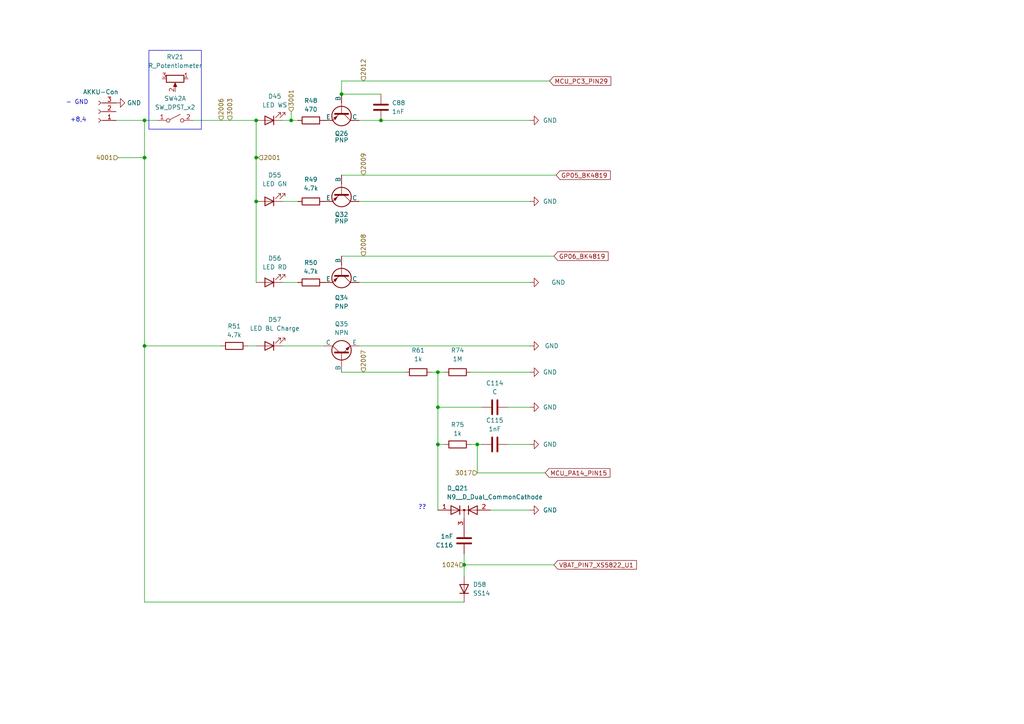
<source format=kicad_sch>
(kicad_sch (version 20230121) (generator eeschema)
  (paper "A4")
  (title_block (title "LED") (date "2024-02-01") (company "ludwich"))
  (lib_symbols
    (symbol "Connector:Conn_01x03_Socket" (pin_names (offset 1.016) hide)
      (property "Reference" "J" (at 0 5.08 0))
      (property "Value" "Conn_01x03_Socket" (at 0 -5.08 0))
      (symbol "Conn_01x03_Socket_1_1"
        (arc (start 0 -2.032) (mid -0.5058 -2.54) (end 0 -3.048) (stroke (width 0.1524)))
        (polyline (pts (xy -1.27 -2.54) (xy -0.508 -2.54)) (stroke (width 0.1524)))
        (polyline (pts (xy -1.27 0) (xy -0.508 0)) (stroke (width 0.1524)))
        (polyline (pts (xy -1.27 2.54) (xy -0.508 2.54)) (stroke (width 0.1524)))
        (arc (start 0 0.508) (mid -0.5058 0) (end 0 -0.508) (stroke (width 0.1524)))
        (arc (start 0 3.048) (mid -0.5058 2.54) (end 0 2.032) (stroke (width 0.1524)))
        (pin passive line (at -5.08 2.54 0) (length 3.81) (name "Pin_1") (number "1"))
        (pin passive line (at -5.08 0 0) (length 3.81) (name "Pin_2") (number "2"))
        (pin passive line (at -5.08 -2.54 0) (length 3.81) (name "Pin_3") (number "3"))
      )
    )
    (symbol "Device:C" (pin_numbers hide) (pin_names (offset 0.254))
      (property "Reference" "C" (at 0.635 2.54 0))
      (property "Value" "C" (at 0.635 -2.54 0))
      (symbol "C_0_1"
        (polyline (pts (xy -2.032 -0.762) (xy 2.032 -0.762)) (stroke (width 0.508)))
        (polyline (pts (xy -2.032 0.762) (xy 2.032 0.762)) (stroke (width 0.508)))
      )
      (symbol "C_1_1"
        (pin passive line (at 0 3.81 270) (length 2.794) (name "~") (number "1"))
        (pin passive line (at 0 -3.81 90) (length 2.794) (name "~") (number "2"))
      )
    )
    (symbol "Device:D" (pin_numbers hide) (pin_names (offset 1.016) hide)
      (property "Reference" "D" (at 0 2.54 0))
      (property "Value" "D" (at 0 -2.54 0))
      (symbol "D_0_1"
        (polyline (pts (xy -1.27 1.27) (xy -1.27 -1.27)) (stroke (width 0.254)))
        (polyline (pts (xy 1.27 0) (xy -1.27 0)))
        (polyline (pts (xy 1.27 1.27) (xy 1.27 -1.27) (xy -1.27 0) (xy 1.27 1.27)) (stroke (width 0.254)))
      )
      (symbol "D_1_1"
        (pin passive line (at -3.81 0 0) (length 2.54) (name "K") (number "1"))
        (pin passive line (at 3.81 0 180) (length 2.54) (name "A") (number "2"))
      )
    )
    (symbol "Device:D_Dual_CommonCathode_AAK" (pin_names (offset 0.762) hide)
      (property "Reference" "D" (at 1.27 -2.54 0))
      (property "Value" "D_Dual_CommonCathode_AAK" (at 0 2.54 0))
      (symbol "D_Dual_CommonCathode_AAK_0_1"
        (polyline (pts (xy -3.81 0) (xy 3.81 0)))
        (polyline (pts (xy 0 0) (xy 0 -2.54)))
        (polyline (pts (xy -1.27 -1.27) (xy -1.27 1.27) (xy -1.27 1.27)) (stroke (width 0.254)))
        (polyline (pts (xy 1.27 -1.27) (xy 1.27 1.27) (xy 1.27 1.27)) (stroke (width 0.254)))
        (polyline (pts (xy -3.81 1.27) (xy -1.27 0) (xy -3.81 -1.27) (xy -3.81 1.27) (xy -3.81 1.27) (xy -3.81 1.27)) (stroke (width 0.254)))
        (polyline (pts (xy 3.81 -1.27) (xy 1.27 0) (xy 3.81 1.27) (xy 3.81 -1.27) (xy 3.81 -1.27) (xy 3.81 -1.27)) (stroke (width 0.254)))
        (circle (center 0 0) (radius 0.254) (fill (type outline)))
        (pin passive line (at -7.62 0 0) (length 3.81) (name "A") (number "1"))
        (pin passive line (at 7.62 0 180) (length 3.81) (name "A") (number "2"))
        (pin passive line (at 0 -5.08 90) (length 2.54) (name "K") (number "3"))
      )
    )
    (symbol "Device:LED" (pin_numbers hide) (pin_names (offset 1.016) hide)
      (property "Reference" "D" (at 0 2.54 0))
      (property "Value" "LED" (at 0 -2.54 0))
      (symbol "LED_0_1"
        (polyline (pts (xy -1.27 -1.27) (xy -1.27 1.27)) (stroke (width 0.254)))
        (polyline (pts (xy -1.27 0) (xy 1.27 0)))
        (polyline (pts (xy 1.27 -1.27) (xy 1.27 1.27) (xy -1.27 0) (xy 1.27 -1.27)) (stroke (width 0.254)))
        (polyline (pts (xy -3.048 -0.762) (xy -4.572 -2.286) (xy -3.81 -2.286) (xy -4.572 -2.286) (xy -4.572 -1.524)))
        (polyline (pts (xy -1.778 -0.762) (xy -3.302 -2.286) (xy -2.54 -2.286) (xy -3.302 -2.286) (xy -3.302 -1.524)))
      )
      (symbol "LED_1_1"
        (pin passive line (at -3.81 0 0) (length 2.54) (name "K") (number "1"))
        (pin passive line (at 3.81 0 180) (length 2.54) (name "A") (number "2"))
      )
    )
    (symbol "Device:R" (pin_numbers hide) (pin_names (offset 0))
      (property "Reference" "R" (at 2.032 0 90))
      (property "Value" "R" (at 0 0 90))
      (symbol "R_0_1"
        (rectangle (start -1.016 -2.54) (end 1.016 2.54) (stroke (width 0.254)))
      )
      (symbol "R_1_1"
        (pin passive line (at 0 3.81 270) (length 1.27) (name "~") (number "1"))
        (pin passive line (at 0 -3.81 90) (length 1.27) (name "~") (number "2"))
      )
    )
    (symbol "Device:R_Potentiometer" (pin_names (offset 1.016) hide)
      (property "Reference" "RV" (at -4.445 0 90))
      (property "Value" "R_Potentiometer" (at -2.54 0 90))
      (symbol "R_Potentiometer_0_1"
        (polyline (pts (xy 2.54 0) (xy 1.524 0)))
        (polyline (pts (xy 1.143 0) (xy 2.286 0.508) (xy 2.286 -0.508) (xy 1.143 0)) (fill (type outline)))
        (rectangle (start 1.016 2.54) (end -1.016 -2.54) (stroke (width 0.254)))
      )
      (symbol "R_Potentiometer_1_1"
        (pin passive line (at 0 3.81 270) (length 1.27) (name "1") (number "1"))
        (pin passive line (at 3.81 0 180) (length 1.27) (name "2") (number "2"))
        (pin passive line (at 0 -3.81 90) (length 1.27) (name "3") (number "3"))
      )
    )
    (symbol "Simulation_SPICE:NPN" (pin_numbers hide) (pin_names (offset 0))
      (property "Reference" "Q" (at -2.54 7.62 0))
      (property "Value" "NPN" (at -2.54 5.08 0))
      (symbol "NPN_0_1"
        (polyline (pts (xy -2.54 0) (xy 0.635 0)) (stroke (width 0.1524)))
        (polyline (pts (xy 0.635 0.635) (xy 2.54 2.54)))
        (polyline (pts (xy 2.794 -1.27) (xy 2.794 -1.27)) (stroke (width 0.1524)))
        (polyline (pts (xy 2.794 -1.27) (xy 2.794 -1.27)) (stroke (width 0.1524)))
        (polyline (pts (xy 0.635 -0.635) (xy 2.54 -2.54) (xy 2.54 -2.54)))
        (polyline (pts (xy 0.635 1.905) (xy 0.635 -1.905) (xy 0.635 -1.905)) (stroke (width 0.508)))
        (polyline (pts (xy 1.27 -1.778) (xy 1.778 -1.27) (xy 2.286 -2.286) (xy 1.27 -1.778) (xy 1.27 -1.778)) (fill (type outline)))
        (circle (center 1.27 0) (radius 2.8194) (stroke (width 0.254)))
      )
      (symbol "NPN_1_1"
        (pin open_collector line (at 2.54 5.08 270) (length 2.54) (name "C") (number "1"))
        (pin input line (at -5.08 0 0) (length 2.54) (name "B") (number "2"))
        (pin open_emitter line (at 2.54 -5.08 90) (length 2.54) (name "E") (number "3"))
      )
    )
    (symbol "Simulation_SPICE:PNP" (pin_numbers hide) (pin_names (offset 0))
      (property "Reference" "Q" (at -2.54 7.62 0))
      (property "Value" "PNP" (at -2.54 5.08 0))
      (symbol "PNP_0_1"
        (polyline (pts (xy -2.54 0) (xy 0.635 0)) (stroke (width 0.1524)))
        (polyline (pts (xy 0.635 0.635) (xy 2.54 2.54)))
        (polyline (pts (xy 0.635 -0.635) (xy 2.54 -2.54) (xy 2.54 -2.54)))
        (polyline (pts (xy 0.635 1.905) (xy 0.635 -1.905) (xy 0.635 -1.905)) (stroke (width 0.508)))
        (polyline (pts (xy 2.286 -1.778) (xy 1.778 -2.286) (xy 1.27 -1.27) (xy 2.286 -1.778) (xy 2.286 -1.778)) (fill (type outline)))
        (circle (center 1.27 0) (radius 2.8194) (stroke (width 0.254)))
      )
      (symbol "PNP_1_1"
        (pin open_collector line (at 2.54 5.08 270) (length 2.54) (name "C") (number "1"))
        (pin input line (at -5.08 0 0) (length 2.54) (name "B") (number "2"))
        (pin open_emitter line (at 2.54 -5.08 90) (length 2.54) (name "E") (number "3"))
      )
    )
    (symbol "Switch:SW_DPST_x2" (pin_names (offset 0) hide)
      (property "Reference" "SW" (at 0 3.175 0))
      (property "Value" "SW_DPST_x2" (at 0 -2.54 0))
      (symbol "SW_DPST_x2_0_0"
        (circle (center -2.032 0) (radius 0.508))
        (polyline (pts (xy -1.524 0.254) (xy 1.524 1.778)))
        (circle (center 2.032 0) (radius 0.508))
      )
      (symbol "SW_DPST_x2_1_1"
        (pin passive line (at -5.08 0 0) (length 2.54) (name "A") (number "1"))
        (pin passive line (at 5.08 0 180) (length 2.54) (name "B") (number "2"))
      )
      (symbol "SW_DPST_x2_2_1"
        (pin passive line (at -5.08 0 0) (length 2.54) (name "A") (number "3"))
        (pin passive line (at 5.08 0 180) (length 2.54) (name "B") (number "4"))
      )
    )
    (symbol "power:GND" (power) (pin_names (offset 0))
      (property "Value" "GND" (at 0 -3.81 0))
      (symbol "GND_0_1"
        (polyline (pts (xy 0 0) (xy 0 -1.27) (xy 1.27 -1.27) (xy 0 -2.54) (xy -1.27 -1.27) (xy 0 -1.27)))
      )
      (symbol "GND_1_1"
        (pin power_in line (at 0 0 270) (length 0) hide (name "GND") (number "1"))
      )
    )
  )
  (junction (at 127 118.11))
  (junction (at 127 128.905))
  (junction (at 99.06 27.305))
  (junction (at 41.91 45.72))
  (junction (at 41.91 100.33))
  (junction (at 74.295 58.42))
  (junction (at 41.91 34.925))
  (junction (at 74.295 45.72))
  (junction (at 74.295 34.925))
  (junction (at 138.43 128.905))
  (junction (at 134.62 163.83))
  (junction (at 84.455 34.925))
  (junction (at 110.49 34.925))
  (junction (at 127 107.95))
  (wire (pts (xy 153.67 58.42) (xy 104.14 58.42)))
  (wire (pts (xy 134.62 163.83) (xy 134.62 167.005)))
  (wire (pts (xy 74.93 45.72) (xy 74.295 45.72)))
  (wire (pts (xy 81.915 34.925) (xy 84.455 34.925)))
  (wire (pts (xy 134.62 160.655) (xy 134.62 163.83)))
  (wire (pts (xy 104.14 81.915) (xy 153.67 81.915)))
  (wire (pts (xy 99.06 27.305) (xy 110.49 27.305)))
  (wire (pts (xy 74.295 45.72) (xy 74.295 58.42)))
  (wire (pts (xy 110.49 34.925) (xy 104.14 34.925)))
  (wire (pts (xy 86.36 58.42) (xy 81.915 58.42)))
  (wire (pts (xy 74.295 58.42) (xy 74.295 81.915)))
  (wire (pts (xy 147.32 118.11) (xy 153.67 118.11)))
  (wire (pts (xy 41.91 174.625) (xy 134.62 174.625)))
  (wire (pts (xy 99.06 74.295) (xy 160.655 74.295)))
  (wire (pts (xy 99.06 50.8) (xy 161.29 50.8)))
  (wire (pts (xy 153.67 34.925) (xy 110.49 34.925)))
  (wire (pts (xy 71.755 100.33) (xy 74.295 100.33)))
  (wire (pts (xy 127 118.11) (xy 127 128.905)))
  (wire (pts (xy 41.91 34.925) (xy 45.72 34.925)))
  (wire (pts (xy 55.88 34.925) (xy 74.295 34.925)))
  (wire (pts (xy 99.06 23.495) (xy 159.385 23.495)))
  (wire (pts (xy 34.29 45.72) (xy 41.91 45.72)))
  (wire (pts (xy 84.455 32.385) (xy 84.455 34.925)))
  (wire (pts (xy 84.455 34.925) (xy 86.36 34.925)))
  (wire (pts (xy 41.91 174.625) (xy 41.91 100.33)))
  (wire (pts (xy 127 107.95) (xy 127 118.11)))
  (wire (pts (xy 138.43 128.905) (xy 139.7 128.905)))
  (wire (pts (xy 104.14 100.33) (xy 153.67 100.33)))
  (wire (pts (xy 74.295 34.925) (xy 74.295 45.72)))
  (wire (pts (xy 138.43 128.905) (xy 138.43 137.16)))
  (wire (pts (xy 147.32 128.905) (xy 153.67 128.905)))
  (wire (pts (xy 41.91 45.72) (xy 41.91 100.33)))
  (wire (pts (xy 127 118.11) (xy 139.7 118.11)))
  (wire (pts (xy 42.545 45.72) (xy 41.91 45.72)))
  (wire (pts (xy 86.36 81.915) (xy 81.915 81.915)))
  (wire (pts (xy 99.06 23.495) (xy 99.06 27.305)))
  (wire (pts (xy 134.62 163.83) (xy 160.655 163.83)))
  (wire (pts (xy 64.135 100.33) (xy 41.91 100.33)))
  (wire (pts (xy 127 128.905) (xy 127 147.955)))
  (wire (pts (xy 99.06 107.95) (xy 117.475 107.95)))
  (wire (pts (xy 81.915 100.33) (xy 93.98 100.33)))
  (wire (pts (xy 136.525 128.905) (xy 138.43 128.905)))
  (wire (pts (xy 41.91 34.925) (xy 41.91 45.72)))
  (wire (pts (xy 33.655 34.925) (xy 41.91 34.925)))
  (wire (pts (xy 125.095 107.95) (xy 127 107.95)))
  (wire (pts (xy 142.24 147.955) (xy 153.67 147.955)))
  (wire (pts (xy 138.43 137.16) (xy 158.115 137.16)))
  (wire (pts (xy 127 107.95) (xy 128.905 107.95)))
  (wire (pts (xy 127 128.905) (xy 128.905 128.905)))
  (wire (pts (xy 136.525 107.95) (xy 153.67 107.95)))
  (rectangle (start 43.18 14.605) (end 58.42 37.465))
  (text "??" (at 121.285 147.955 0) (effects (font (size 1.27 1.27)) (justify left bottom)))
  (text "- GND" (at 19.05 30.48 0) (effects (font (size 1.27 1.27)) (justify left bottom)))
  (text "+8,4" (at 20.32 35.56 0) (effects (font (size 1.27 1.27)) (justify left bottom)))
  (global_label "VBAT_PIN7_XS5822_U1" (shape input) (at 160.655 163.83 0) (property "Intersheetrefs" "${INTERSHEET_REFS}" (effects hide)))
  (global_label "MCU_PA14_PIN15" (shape input) (at 158.115 137.16 0) (property "Intersheetrefs" "${INTERSHEET_REFS}" (effects hide)))
  (global_label "GP06_BK4819" (shape input) (at 160.655 74.295 0) (property "Intersheetrefs" "${INTERSHEET_REFS}" (effects hide)))
  (global_label "MCU_PC3_PIN29" (shape input) (at 159.385 23.495 0) (property "Intersheetrefs" "${INTERSHEET_REFS}" (effects hide)))
  (global_label "GP05_BK4819" (shape input) (at 161.29 50.8 0) (property "Intersheetrefs" "${INTERSHEET_REFS}" (effects hide)))
  (hierarchical_label "2012" (shape input) (at 105.41 23.495 90))
  (hierarchical_label "2001" (shape input) (at 74.93 45.72 0))
  (hierarchical_label "2006" (shape input) (at 64.135 34.925 90))
  (hierarchical_label "3001" (shape input) (at 84.455 32.385 90))
  (hierarchical_label "3017" (shape input) (at 138.43 137.16 180))
  (hierarchical_label "3003" (shape input) (at 66.675 34.925 90))
  (hierarchical_label "2007" (shape input) (at 105.41 107.95 90))
  (hierarchical_label "2008" (shape input) (at 105.41 74.295 90))
  (hierarchical_label "2009" (shape input) (at 105.41 50.8 90))
  (hierarchical_label "4001" (shape input) (at 34.29 45.72 180))
  (hierarchical_label "1024" (shape input) (at 134.62 163.83 180))
  (symbol (lib_id "Device:LED") (at 78.105 100.33 180) (unit 1)
    (property "Reference" "D57" (at 79.6925 92.71 0))
    (property "Value" "LED BL Charge" (at 79.6925 95.25 0))
  )
  (symbol (lib_id "Switch:SW_DPST_x2") (at 50.8 34.925 0) (unit 1)
    (property "Reference" "SW42" (at 50.8 28.575 0))
    (property "Value" "SW_DPST_x2" (at 50.8 31.115 0))
  )
  (symbol (lib_id "Device:R_Potentiometer") (at 50.8 22.86 270) (unit 1)
    (property "Reference" "RV21" (at 50.8 16.51 90))
    (property "Value" "R_Potentiometer" (at 50.8 19.05 90))
  )
  (symbol (lib_id "Device:C") (at 134.62 156.845 0) (unit 1)
    (property "Reference" "C116" (at 131.445 158.115 0) (effects (justify right)))
    (property "Value" "1nF" (at 131.445 155.575 0) (effects (justify right)))
  )
  (symbol (lib_id "Simulation_SPICE:PNP") (at 99.06 79.375 270) (unit 1)
    (property "Reference" "Q34" (at 99.06 86.36 90))
    (property "Value" "PNP" (at 99.06 88.9 90))
    (property "Sim.Device" "PNP" (effects hide))
    (property "Sim.Type" "GUMMELPOON" (effects hide))
    (property "Sim.Pins" "1=C 2=B 3=E" (effects hide))
  )
  (symbol (lib_id "Device:R") (at 67.945 100.33 90) (unit 1)
    (property "Reference" "R51" (at 67.945 94.615 90))
    (property "Value" "4.7k" (at 67.945 97.155 90))
  )
  (symbol (lib_id "Device:D") (at 134.62 170.815 90) (unit 1)
    (property "Reference" "D58" (at 137.16 169.545 90) (effects (justify right)))
    (property "Value" "SS14" (at 137.16 172.085 90) (effects (justify right)))
    (property "Sim.Device" "D" (effects hide))
    (property "Sim.Pins" "1=K 2=A" (effects hide))
  )
  (symbol (lib_id "power:GND") (at 153.67 58.42 90) (unit 1)
    (property "Reference" "#PWR0157" (effects hide))
    (property "Value" "GND" (at 157.48 58.42 90) (effects (justify right)))
  )
  (symbol (lib_id "power:GND") (at 153.67 107.95 90) (unit 1)
    (property "Reference" "#PWR0160" (effects hide))
    (property "Value" "GND" (at 157.48 107.95 90) (effects (justify right)))
  )
  (symbol (lib_id "power:GND") (at 153.67 118.11 90) (unit 1)
    (property "Reference" "#PWR0161" (effects hide))
    (property "Value" "GND" (at 157.48 118.11 90) (effects (justify right)))
  )
  (symbol (lib_id "Device:D_Dual_CommonCathode_AAK") (at 134.62 147.955 0) (unit 1)
    (property "Reference" "D_Q21" (at 132.715 141.605 0))
    (property "Value" "N9__D_Dual_CommonCathode" (at 143.51 144.145 0))
  )
  (symbol (lib_id "Device:C") (at 110.49 31.115 180) (unit 1)
    (property "Reference" "C88" (at 113.665 29.845 0) (effects (justify right)))
    (property "Value" "1nF" (at 113.665 32.385 0) (effects (justify right)))
  )
  (symbol (lib_id "power:GND") (at 153.67 128.905 90) (unit 1)
    (property "Reference" "#PWR0162" (effects hide))
    (property "Value" "GND" (at 157.48 128.905 90) (effects (justify right)))
  )
  (symbol (lib_id "Simulation_SPICE:NPN") (at 99.06 102.87 90) (unit 1)
    (property "Reference" "Q35" (at 99.06 93.98 90))
    (property "Value" "NPN" (at 99.06 96.52 90))
    (property "Sim.Device" "NPN" (effects hide))
    (property "Sim.Type" "GUMMELPOON" (effects hide))
    (property "Sim.Pins" "1=C 2=B 3=E" (effects hide))
  )
  (symbol (lib_id "Device:R") (at 90.17 34.925 90) (unit 1)
    (property "Reference" "R48" (at 90.17 29.21 90))
    (property "Value" "470" (at 90.17 31.75 90))
  )
  (symbol (lib_id "Simulation_SPICE:PNP") (at 99.06 32.385 270) (unit 1)
    (property "Reference" "Q26" (at 99.06 38.735 90))
    (property "Value" "PNP" (at 99.06 40.64 90))
    (property "Sim.Device" "PNP" (effects hide))
    (property "Sim.Type" "GUMMELPOON" (effects hide))
    (property "Sim.Pins" "1=C 2=B 3=E" (effects hide))
  )
  (symbol (lib_id "power:GND") (at 153.67 81.915 90) (unit 1)
    (property "Reference" "#PWR0158" (effects hide))
    (property "Value" "GND" (at 161.925 81.915 90))
  )
  (symbol (lib_id "power:GND") (at 33.655 29.845 90) (unit 1)
    (property "Reference" "#PWR087" (effects hide))
    (property "Value" "GND" (at 36.83 29.845 90) (effects (justify right)))
  )
  (symbol (lib_id "Device:R") (at 121.285 107.95 90) (unit 1)
    (property "Reference" "R61" (at 121.285 101.6 90))
    (property "Value" "1k" (at 121.285 104.14 90))
  )
  (symbol (lib_id "power:GND") (at 153.67 100.33 90) (unit 1)
    (property "Reference" "#PWR0159" (effects hide))
    (property "Value" "GND" (at 160.02 100.33 90))
  )
  (symbol (lib_id "Device:R") (at 90.17 81.915 90) (unit 1)
    (property "Reference" "R50" (at 90.17 76.2 90))
    (property "Value" "4.7k" (at 90.17 78.74 90))
  )
  (symbol (lib_id "Device:LED") (at 78.105 34.925 180) (unit 1)
    (property "Reference" "D45" (at 79.6925 27.94 0))
    (property "Value" "LED WS" (at 79.6925 30.48 0))
  )
  (symbol (lib_id "Connector:Conn_01x03_Socket") (at 28.575 32.385 180) (unit 1)
    (property "Reference" "J48" (effects hide))
    (property "Value" "AKKU-Con" (at 29.21 26.67 0))
  )
  (symbol (lib_id "Device:C") (at 143.51 118.11 90) (unit 1)
    (property "Reference" "C114" (at 143.51 111.125 90))
    (property "Value" "C" (at 143.51 113.665 90))
  )
  (symbol (lib_id "Device:LED") (at 78.105 81.915 180) (unit 1)
    (property "Reference" "D56" (at 79.6925 74.93 0))
    (property "Value" "LED RD" (at 79.6925 77.47 0))
  )
  (symbol (lib_id "Simulation_SPICE:PNP") (at 99.06 55.88 270) (unit 1)
    (property "Reference" "Q32" (at 99.06 62.23 90))
    (property "Value" "PNP" (at 99.06 64.135 90))
    (property "Sim.Device" "PNP" (effects hide))
    (property "Sim.Type" "GUMMELPOON" (effects hide))
    (property "Sim.Pins" "1=C 2=B 3=E" (effects hide))
  )
  (symbol (lib_id "Device:C") (at 143.51 128.905 90) (unit 1)
    (property "Reference" "C115" (at 143.51 121.92 90))
    (property "Value" "1nF" (at 143.51 124.46 90))
  )
  (symbol (lib_id "Device:R") (at 132.715 107.95 90) (unit 1)
    (property "Reference" "R74" (at 132.715 101.6 90))
    (property "Value" "1M" (at 132.715 104.14 90))
  )
  (symbol (lib_id "Device:R") (at 90.17 58.42 90) (unit 1)
    (property "Reference" "R49" (at 90.17 52.07 90))
    (property "Value" "4.7k" (at 90.17 54.61 90))
  )
  (symbol (lib_id "power:GND") (at 153.67 34.925 90) (unit 1)
    (property "Reference" "#PWR0156" (effects hide))
    (property "Value" "GND" (at 157.48 34.925 90) (effects (justify right)))
  )
  (symbol (lib_id "Device:LED") (at 78.105 58.42 180) (unit 1)
    (property "Reference" "D55" (at 79.6925 50.8 0))
    (property "Value" "LED GN" (at 79.6925 53.34 0))
  )
  (symbol (lib_id "power:GND") (at 153.67 147.955 90) (unit 1)
    (property "Reference" "#PWR0163" (effects hide))
    (property "Value" "GND" (at 157.48 147.955 90) (effects (justify right)))
  )
  (symbol (lib_id "Device:R") (at 132.715 128.905 90) (unit 1)
    (property "Reference" "R75" (at 132.715 123.19 90))
    (property "Value" "1k" (at 132.715 125.73 90))
  )
)
</source>
